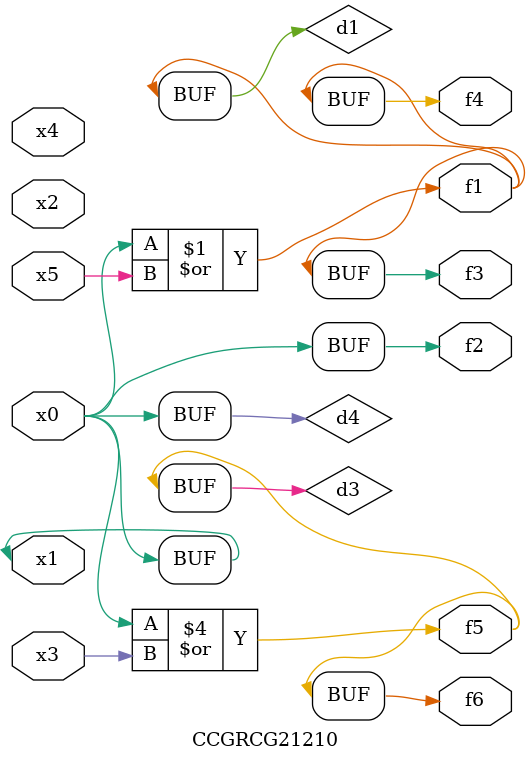
<source format=v>
module CCGRCG21210(
	input x0, x1, x2, x3, x4, x5,
	output f1, f2, f3, f4, f5, f6
);

	wire d1, d2, d3, d4;

	or (d1, x0, x5);
	xnor (d2, x1, x4);
	or (d3, x0, x3);
	buf (d4, x0, x1);
	assign f1 = d1;
	assign f2 = d4;
	assign f3 = d1;
	assign f4 = d1;
	assign f5 = d3;
	assign f6 = d3;
endmodule

</source>
